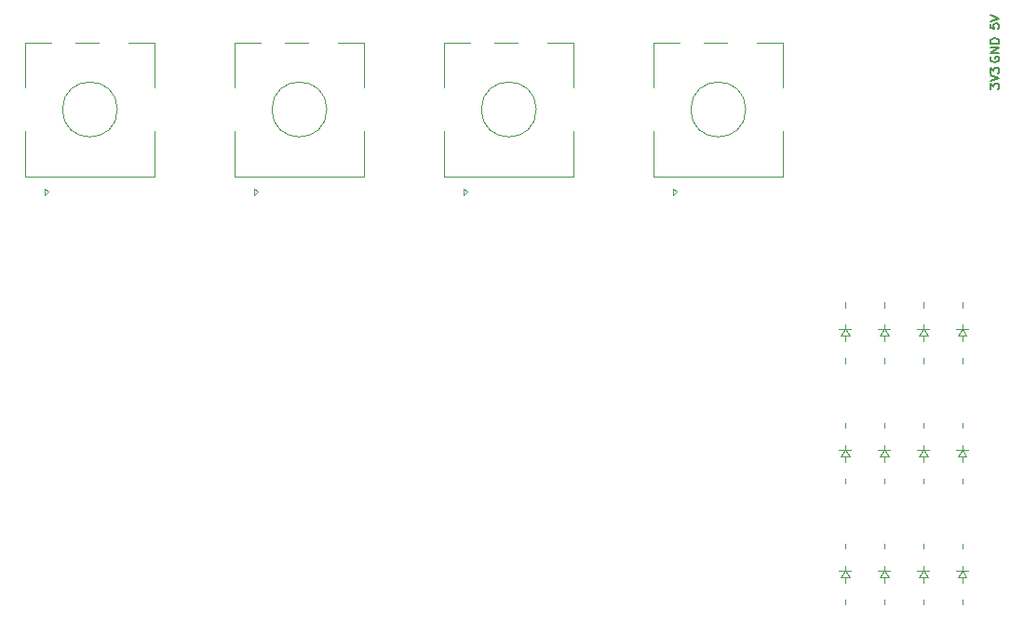
<source format=gbr>
%TF.GenerationSoftware,KiCad,Pcbnew,7.0.5*%
%TF.CreationDate,2023-11-04T19:54:29+08:00*%
%TF.ProjectId,Three2One,54687265-6532-44f6-9e65-2e6b69636164,rev?*%
%TF.SameCoordinates,Original*%
%TF.FileFunction,Legend,Top*%
%TF.FilePolarity,Positive*%
%FSLAX46Y46*%
G04 Gerber Fmt 4.6, Leading zero omitted, Abs format (unit mm)*
G04 Created by KiCad (PCBNEW 7.0.5) date 2023-11-04 19:54:29*
%MOMM*%
%LPD*%
G01*
G04 APERTURE LIST*
%ADD10C,0.150000*%
%ADD11C,0.120000*%
%ADD12C,0.100000*%
G04 APERTURE END LIST*
D10*
%TO.C,U1*%
X161507295Y-27467380D02*
X161507295Y-27848332D01*
X161507295Y-27848332D02*
X161888247Y-27886428D01*
X161888247Y-27886428D02*
X161850152Y-27848332D01*
X161850152Y-27848332D02*
X161812057Y-27772142D01*
X161812057Y-27772142D02*
X161812057Y-27581666D01*
X161812057Y-27581666D02*
X161850152Y-27505475D01*
X161850152Y-27505475D02*
X161888247Y-27467380D01*
X161888247Y-27467380D02*
X161964438Y-27429285D01*
X161964438Y-27429285D02*
X162154914Y-27429285D01*
X162154914Y-27429285D02*
X162231104Y-27467380D01*
X162231104Y-27467380D02*
X162269200Y-27505475D01*
X162269200Y-27505475D02*
X162307295Y-27581666D01*
X162307295Y-27581666D02*
X162307295Y-27772142D01*
X162307295Y-27772142D02*
X162269200Y-27848332D01*
X162269200Y-27848332D02*
X162231104Y-27886428D01*
X161507295Y-27200713D02*
X162307295Y-26934046D01*
X162307295Y-26934046D02*
X161507295Y-26667380D01*
X161545390Y-30464523D02*
X161507295Y-30540713D01*
X161507295Y-30540713D02*
X161507295Y-30654999D01*
X161507295Y-30654999D02*
X161545390Y-30769285D01*
X161545390Y-30769285D02*
X161621580Y-30845475D01*
X161621580Y-30845475D02*
X161697771Y-30883570D01*
X161697771Y-30883570D02*
X161850152Y-30921666D01*
X161850152Y-30921666D02*
X161964438Y-30921666D01*
X161964438Y-30921666D02*
X162116819Y-30883570D01*
X162116819Y-30883570D02*
X162193009Y-30845475D01*
X162193009Y-30845475D02*
X162269200Y-30769285D01*
X162269200Y-30769285D02*
X162307295Y-30654999D01*
X162307295Y-30654999D02*
X162307295Y-30578808D01*
X162307295Y-30578808D02*
X162269200Y-30464523D01*
X162269200Y-30464523D02*
X162231104Y-30426427D01*
X162231104Y-30426427D02*
X161964438Y-30426427D01*
X161964438Y-30426427D02*
X161964438Y-30578808D01*
X162307295Y-30083570D02*
X161507295Y-30083570D01*
X161507295Y-30083570D02*
X162307295Y-29626427D01*
X162307295Y-29626427D02*
X161507295Y-29626427D01*
X162307295Y-29245475D02*
X161507295Y-29245475D01*
X161507295Y-29245475D02*
X161507295Y-29054999D01*
X161507295Y-29054999D02*
X161545390Y-28940713D01*
X161545390Y-28940713D02*
X161621580Y-28864523D01*
X161621580Y-28864523D02*
X161697771Y-28826428D01*
X161697771Y-28826428D02*
X161850152Y-28788332D01*
X161850152Y-28788332D02*
X161964438Y-28788332D01*
X161964438Y-28788332D02*
X162116819Y-28826428D01*
X162116819Y-28826428D02*
X162193009Y-28864523D01*
X162193009Y-28864523D02*
X162269200Y-28940713D01*
X162269200Y-28940713D02*
X162307295Y-29054999D01*
X162307295Y-29054999D02*
X162307295Y-29245475D01*
X161507295Y-33385476D02*
X161507295Y-32890238D01*
X161507295Y-32890238D02*
X161812057Y-33156904D01*
X161812057Y-33156904D02*
X161812057Y-33042619D01*
X161812057Y-33042619D02*
X161850152Y-32966428D01*
X161850152Y-32966428D02*
X161888247Y-32928333D01*
X161888247Y-32928333D02*
X161964438Y-32890238D01*
X161964438Y-32890238D02*
X162154914Y-32890238D01*
X162154914Y-32890238D02*
X162231104Y-32928333D01*
X162231104Y-32928333D02*
X162269200Y-32966428D01*
X162269200Y-32966428D02*
X162307295Y-33042619D01*
X162307295Y-33042619D02*
X162307295Y-33271190D01*
X162307295Y-33271190D02*
X162269200Y-33347381D01*
X162269200Y-33347381D02*
X162231104Y-33385476D01*
X161507295Y-32661666D02*
X162307295Y-32394999D01*
X162307295Y-32394999D02*
X161507295Y-32128333D01*
X161507295Y-31937857D02*
X161507295Y-31442619D01*
X161507295Y-31442619D02*
X161812057Y-31709285D01*
X161812057Y-31709285D02*
X161812057Y-31595000D01*
X161812057Y-31595000D02*
X161850152Y-31518809D01*
X161850152Y-31518809D02*
X161888247Y-31480714D01*
X161888247Y-31480714D02*
X161964438Y-31442619D01*
X161964438Y-31442619D02*
X162154914Y-31442619D01*
X162154914Y-31442619D02*
X162231104Y-31480714D01*
X162231104Y-31480714D02*
X162269200Y-31518809D01*
X162269200Y-31518809D02*
X162307295Y-31595000D01*
X162307295Y-31595000D02*
X162307295Y-31823571D01*
X162307295Y-31823571D02*
X162269200Y-31899762D01*
X162269200Y-31899762D02*
X162231104Y-31937857D01*
D11*
%TO.C,D5*%
X148335000Y-63805000D02*
X148335000Y-64265000D01*
D12*
X148335000Y-65839400D02*
X148335000Y-66239400D01*
X148335000Y-66239400D02*
X148885000Y-66239400D01*
X148335000Y-66239400D02*
X147785000Y-66239400D01*
X148335000Y-66239400D02*
X148735000Y-66839400D01*
X148735000Y-66839400D02*
X147935000Y-66839400D01*
X148335000Y-66839400D02*
X148335000Y-67339400D01*
X147935000Y-66839400D02*
X148335000Y-66239400D01*
D11*
X148335000Y-69345000D02*
X148335000Y-68865000D01*
%TO.C,D10*%
X151885000Y-74805000D02*
X151885000Y-75265000D01*
D12*
X151885000Y-76839400D02*
X151885000Y-77239400D01*
X151885000Y-77239400D02*
X152435000Y-77239400D01*
X151885000Y-77239400D02*
X151335000Y-77239400D01*
X151885000Y-77239400D02*
X152285000Y-77839400D01*
X152285000Y-77839400D02*
X151485000Y-77839400D01*
X151885000Y-77839400D02*
X151885000Y-78339400D01*
X151485000Y-77839400D02*
X151885000Y-77239400D01*
D11*
X151885000Y-80345000D02*
X151885000Y-79865000D01*
%TO.C,D11*%
X155435000Y-74805000D02*
X155435000Y-75265000D01*
D12*
X155435000Y-76839400D02*
X155435000Y-77239400D01*
X155435000Y-77239400D02*
X155985000Y-77239400D01*
X155435000Y-77239400D02*
X154885000Y-77239400D01*
X155435000Y-77239400D02*
X155835000Y-77839400D01*
X155835000Y-77839400D02*
X155035000Y-77839400D01*
X155435000Y-77839400D02*
X155435000Y-78339400D01*
X155035000Y-77839400D02*
X155435000Y-77239400D01*
D11*
X155435000Y-80345000D02*
X155435000Y-79865000D01*
%TO.C,RE3*%
X111840000Y-29150000D02*
X114240000Y-29150000D01*
X111840000Y-33250000D02*
X111840000Y-29150000D01*
X111840000Y-37250000D02*
X111840000Y-41350000D01*
X111840000Y-41350000D02*
X123640000Y-41350000D01*
X113640000Y-42450000D02*
X113940000Y-42750000D01*
X113640000Y-43050000D02*
X113640000Y-42450000D01*
X113940000Y-42750000D02*
X113640000Y-43050000D01*
X116440000Y-29150000D02*
X118540000Y-29150000D01*
X121240000Y-29150000D02*
X123640000Y-29150000D01*
X123640000Y-29150000D02*
X123640000Y-33250000D01*
X123640000Y-37250000D02*
X123640000Y-41350000D01*
X120240020Y-35250000D02*
G75*
G03*
X120240020Y-35250000I-2500020J0D01*
G01*
%TO.C,RE4*%
X130890000Y-29150000D02*
X133290000Y-29150000D01*
X130890000Y-33250000D02*
X130890000Y-29150000D01*
X130890000Y-37250000D02*
X130890000Y-41350000D01*
X130890000Y-41350000D02*
X142690000Y-41350000D01*
X132690000Y-42450000D02*
X132990000Y-42750000D01*
X132690000Y-43050000D02*
X132690000Y-42450000D01*
X132990000Y-42750000D02*
X132690000Y-43050000D01*
X135490000Y-29150000D02*
X137590000Y-29150000D01*
X140290000Y-29150000D02*
X142690000Y-29150000D01*
X142690000Y-29150000D02*
X142690000Y-33250000D01*
X142690000Y-37250000D02*
X142690000Y-41350000D01*
X139290020Y-35250000D02*
G75*
G03*
X139290020Y-35250000I-2500020J0D01*
G01*
%TO.C,D8*%
X158985000Y-63805000D02*
X158985000Y-64265000D01*
D12*
X158985000Y-65839400D02*
X158985000Y-66239400D01*
X158985000Y-66239400D02*
X159535000Y-66239400D01*
X158985000Y-66239400D02*
X158435000Y-66239400D01*
X158985000Y-66239400D02*
X159385000Y-66839400D01*
X159385000Y-66839400D02*
X158585000Y-66839400D01*
X158985000Y-66839400D02*
X158985000Y-67339400D01*
X158585000Y-66839400D02*
X158985000Y-66239400D01*
D11*
X158985000Y-69345000D02*
X158985000Y-68865000D01*
%TO.C,D6*%
X151885000Y-63805000D02*
X151885000Y-64265000D01*
D12*
X151885000Y-65839400D02*
X151885000Y-66239400D01*
X151885000Y-66239400D02*
X152435000Y-66239400D01*
X151885000Y-66239400D02*
X151335000Y-66239400D01*
X151885000Y-66239400D02*
X152285000Y-66839400D01*
X152285000Y-66839400D02*
X151485000Y-66839400D01*
X151885000Y-66839400D02*
X151885000Y-67339400D01*
X151485000Y-66839400D02*
X151885000Y-66239400D01*
D11*
X151885000Y-69345000D02*
X151885000Y-68865000D01*
%TO.C,RE1*%
X73740000Y-29150000D02*
X76140000Y-29150000D01*
X73740000Y-33250000D02*
X73740000Y-29150000D01*
X73740000Y-37250000D02*
X73740000Y-41350000D01*
X73740000Y-41350000D02*
X85540000Y-41350000D01*
X75540000Y-42450000D02*
X75840000Y-42750000D01*
X75540000Y-43050000D02*
X75540000Y-42450000D01*
X75840000Y-42750000D02*
X75540000Y-43050000D01*
X78340000Y-29150000D02*
X80440000Y-29150000D01*
X83140000Y-29150000D02*
X85540000Y-29150000D01*
X85540000Y-29150000D02*
X85540000Y-33250000D01*
X85540000Y-37250000D02*
X85540000Y-41350000D01*
X82140020Y-35250000D02*
G75*
G03*
X82140020Y-35250000I-2500020J0D01*
G01*
%TO.C,D9*%
X148335000Y-74805000D02*
X148335000Y-75265000D01*
D12*
X148335000Y-76839400D02*
X148335000Y-77239400D01*
X148335000Y-77239400D02*
X148885000Y-77239400D01*
X148335000Y-77239400D02*
X147785000Y-77239400D01*
X148335000Y-77239400D02*
X148735000Y-77839400D01*
X148735000Y-77839400D02*
X147935000Y-77839400D01*
X148335000Y-77839400D02*
X148335000Y-78339400D01*
X147935000Y-77839400D02*
X148335000Y-77239400D01*
D11*
X148335000Y-80345000D02*
X148335000Y-79865000D01*
%TO.C,D2*%
X151885000Y-52805000D02*
X151885000Y-53265000D01*
D12*
X151885000Y-54839400D02*
X151885000Y-55239400D01*
X151885000Y-55239400D02*
X152435000Y-55239400D01*
X151885000Y-55239400D02*
X151335000Y-55239400D01*
X151885000Y-55239400D02*
X152285000Y-55839400D01*
X152285000Y-55839400D02*
X151485000Y-55839400D01*
X151885000Y-55839400D02*
X151885000Y-56339400D01*
X151485000Y-55839400D02*
X151885000Y-55239400D01*
D11*
X151885000Y-58345000D02*
X151885000Y-57865000D01*
%TO.C,D3*%
X155435000Y-52805000D02*
X155435000Y-53265000D01*
D12*
X155435000Y-54839400D02*
X155435000Y-55239400D01*
X155435000Y-55239400D02*
X155985000Y-55239400D01*
X155435000Y-55239400D02*
X154885000Y-55239400D01*
X155435000Y-55239400D02*
X155835000Y-55839400D01*
X155835000Y-55839400D02*
X155035000Y-55839400D01*
X155435000Y-55839400D02*
X155435000Y-56339400D01*
X155035000Y-55839400D02*
X155435000Y-55239400D01*
D11*
X155435000Y-58345000D02*
X155435000Y-57865000D01*
%TO.C,D7*%
X155435000Y-63805000D02*
X155435000Y-64265000D01*
D12*
X155435000Y-65839400D02*
X155435000Y-66239400D01*
X155435000Y-66239400D02*
X155985000Y-66239400D01*
X155435000Y-66239400D02*
X154885000Y-66239400D01*
X155435000Y-66239400D02*
X155835000Y-66839400D01*
X155835000Y-66839400D02*
X155035000Y-66839400D01*
X155435000Y-66839400D02*
X155435000Y-67339400D01*
X155035000Y-66839400D02*
X155435000Y-66239400D01*
D11*
X155435000Y-69345000D02*
X155435000Y-68865000D01*
%TO.C,RE2*%
X92790000Y-29150000D02*
X95190000Y-29150000D01*
X92790000Y-33250000D02*
X92790000Y-29150000D01*
X92790000Y-37250000D02*
X92790000Y-41350000D01*
X92790000Y-41350000D02*
X104590000Y-41350000D01*
X94590000Y-42450000D02*
X94890000Y-42750000D01*
X94590000Y-43050000D02*
X94590000Y-42450000D01*
X94890000Y-42750000D02*
X94590000Y-43050000D01*
X97390000Y-29150000D02*
X99490000Y-29150000D01*
X102190000Y-29150000D02*
X104590000Y-29150000D01*
X104590000Y-29150000D02*
X104590000Y-33250000D01*
X104590000Y-37250000D02*
X104590000Y-41350000D01*
X101190020Y-35250000D02*
G75*
G03*
X101190020Y-35250000I-2500020J0D01*
G01*
%TO.C,D1*%
X148335000Y-52805000D02*
X148335000Y-53265000D01*
D12*
X148335000Y-54839400D02*
X148335000Y-55239400D01*
X148335000Y-55239400D02*
X148885000Y-55239400D01*
X148335000Y-55239400D02*
X147785000Y-55239400D01*
X148335000Y-55239400D02*
X148735000Y-55839400D01*
X148735000Y-55839400D02*
X147935000Y-55839400D01*
X148335000Y-55839400D02*
X148335000Y-56339400D01*
X147935000Y-55839400D02*
X148335000Y-55239400D01*
D11*
X148335000Y-58345000D02*
X148335000Y-57865000D01*
%TO.C,D12*%
X158985000Y-74805000D02*
X158985000Y-75265000D01*
D12*
X158985000Y-76839400D02*
X158985000Y-77239400D01*
X158985000Y-77239400D02*
X159535000Y-77239400D01*
X158985000Y-77239400D02*
X158435000Y-77239400D01*
X158985000Y-77239400D02*
X159385000Y-77839400D01*
X159385000Y-77839400D02*
X158585000Y-77839400D01*
X158985000Y-77839400D02*
X158985000Y-78339400D01*
X158585000Y-77839400D02*
X158985000Y-77239400D01*
D11*
X158985000Y-80345000D02*
X158985000Y-79865000D01*
%TO.C,D4*%
X158985000Y-52805000D02*
X158985000Y-53265000D01*
D12*
X158985000Y-54839400D02*
X158985000Y-55239400D01*
X158985000Y-55239400D02*
X159535000Y-55239400D01*
X158985000Y-55239400D02*
X158435000Y-55239400D01*
X158985000Y-55239400D02*
X159385000Y-55839400D01*
X159385000Y-55839400D02*
X158585000Y-55839400D01*
X158985000Y-55839400D02*
X158985000Y-56339400D01*
X158585000Y-55839400D02*
X158985000Y-55239400D01*
D11*
X158985000Y-58345000D02*
X158985000Y-57865000D01*
%TD*%
M02*

</source>
